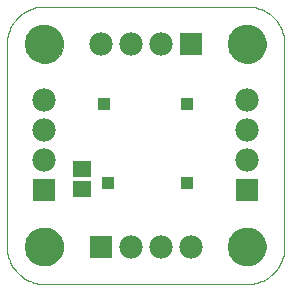
<source format=gts>
G75*
G70*
%OFA0B0*%
%FSLAX24Y24*%
%IPPOS*%
%LPD*%
%AMOC8*
5,1,8,0,0,1.08239X$1,22.5*
%
%ADD10C,0.0000*%
%ADD11C,0.1290*%
%ADD12R,0.0780X0.0780*%
%ADD13C,0.0780*%
%ADD14R,0.0631X0.0552*%
%ADD15R,0.0396X0.0396*%
D10*
X000680Y001930D02*
X000680Y008680D01*
X000682Y008748D01*
X000687Y008815D01*
X000696Y008882D01*
X000709Y008949D01*
X000726Y009014D01*
X000745Y009079D01*
X000769Y009143D01*
X000796Y009205D01*
X000826Y009266D01*
X000859Y009324D01*
X000895Y009381D01*
X000935Y009436D01*
X000977Y009489D01*
X001023Y009540D01*
X001070Y009587D01*
X001121Y009633D01*
X001174Y009675D01*
X001229Y009715D01*
X001286Y009751D01*
X001344Y009784D01*
X001405Y009814D01*
X001467Y009841D01*
X001531Y009865D01*
X001596Y009884D01*
X001661Y009901D01*
X001728Y009914D01*
X001795Y009923D01*
X001862Y009928D01*
X001930Y009930D01*
X008680Y009930D01*
X008748Y009928D01*
X008815Y009923D01*
X008882Y009914D01*
X008949Y009901D01*
X009014Y009884D01*
X009079Y009865D01*
X009143Y009841D01*
X009205Y009814D01*
X009266Y009784D01*
X009324Y009751D01*
X009381Y009715D01*
X009436Y009675D01*
X009489Y009633D01*
X009540Y009587D01*
X009587Y009540D01*
X009633Y009489D01*
X009675Y009436D01*
X009715Y009381D01*
X009751Y009324D01*
X009784Y009266D01*
X009814Y009205D01*
X009841Y009143D01*
X009865Y009079D01*
X009884Y009014D01*
X009901Y008949D01*
X009914Y008882D01*
X009923Y008815D01*
X009928Y008748D01*
X009930Y008680D01*
X009930Y001930D01*
X009928Y001862D01*
X009923Y001795D01*
X009914Y001728D01*
X009901Y001661D01*
X009884Y001596D01*
X009865Y001531D01*
X009841Y001467D01*
X009814Y001405D01*
X009784Y001344D01*
X009751Y001286D01*
X009715Y001229D01*
X009675Y001174D01*
X009633Y001121D01*
X009587Y001070D01*
X009540Y001023D01*
X009489Y000977D01*
X009436Y000935D01*
X009381Y000895D01*
X009324Y000859D01*
X009266Y000826D01*
X009205Y000796D01*
X009143Y000769D01*
X009079Y000745D01*
X009014Y000726D01*
X008949Y000709D01*
X008882Y000696D01*
X008815Y000687D01*
X008748Y000682D01*
X008680Y000680D01*
X001930Y000680D01*
X001862Y000682D01*
X001795Y000687D01*
X001728Y000696D01*
X001661Y000709D01*
X001596Y000726D01*
X001531Y000745D01*
X001467Y000769D01*
X001405Y000796D01*
X001344Y000826D01*
X001286Y000859D01*
X001229Y000895D01*
X001174Y000935D01*
X001121Y000977D01*
X001070Y001023D01*
X001023Y001070D01*
X000977Y001121D01*
X000935Y001174D01*
X000895Y001229D01*
X000859Y001286D01*
X000826Y001344D01*
X000796Y001405D01*
X000769Y001467D01*
X000745Y001531D01*
X000726Y001596D01*
X000709Y001661D01*
X000696Y001728D01*
X000687Y001795D01*
X000682Y001862D01*
X000680Y001930D01*
X001305Y001930D02*
X001307Y001980D01*
X001313Y002029D01*
X001323Y002078D01*
X001336Y002125D01*
X001354Y002172D01*
X001375Y002217D01*
X001399Y002260D01*
X001427Y002301D01*
X001458Y002340D01*
X001492Y002376D01*
X001529Y002410D01*
X001569Y002440D01*
X001610Y002467D01*
X001654Y002491D01*
X001699Y002511D01*
X001746Y002527D01*
X001794Y002540D01*
X001843Y002549D01*
X001893Y002554D01*
X001942Y002555D01*
X001992Y002552D01*
X002041Y002545D01*
X002090Y002534D01*
X002137Y002520D01*
X002183Y002501D01*
X002228Y002479D01*
X002271Y002454D01*
X002311Y002425D01*
X002349Y002393D01*
X002385Y002359D01*
X002418Y002321D01*
X002447Y002281D01*
X002473Y002239D01*
X002496Y002195D01*
X002515Y002149D01*
X002531Y002102D01*
X002543Y002053D01*
X002551Y002004D01*
X002555Y001955D01*
X002555Y001905D01*
X002551Y001856D01*
X002543Y001807D01*
X002531Y001758D01*
X002515Y001711D01*
X002496Y001665D01*
X002473Y001621D01*
X002447Y001579D01*
X002418Y001539D01*
X002385Y001501D01*
X002349Y001467D01*
X002311Y001435D01*
X002271Y001406D01*
X002228Y001381D01*
X002183Y001359D01*
X002137Y001340D01*
X002090Y001326D01*
X002041Y001315D01*
X001992Y001308D01*
X001942Y001305D01*
X001893Y001306D01*
X001843Y001311D01*
X001794Y001320D01*
X001746Y001333D01*
X001699Y001349D01*
X001654Y001369D01*
X001610Y001393D01*
X001569Y001420D01*
X001529Y001450D01*
X001492Y001484D01*
X001458Y001520D01*
X001427Y001559D01*
X001399Y001600D01*
X001375Y001643D01*
X001354Y001688D01*
X001336Y001735D01*
X001323Y001782D01*
X001313Y001831D01*
X001307Y001880D01*
X001305Y001930D01*
X001305Y008680D02*
X001307Y008730D01*
X001313Y008779D01*
X001323Y008828D01*
X001336Y008875D01*
X001354Y008922D01*
X001375Y008967D01*
X001399Y009010D01*
X001427Y009051D01*
X001458Y009090D01*
X001492Y009126D01*
X001529Y009160D01*
X001569Y009190D01*
X001610Y009217D01*
X001654Y009241D01*
X001699Y009261D01*
X001746Y009277D01*
X001794Y009290D01*
X001843Y009299D01*
X001893Y009304D01*
X001942Y009305D01*
X001992Y009302D01*
X002041Y009295D01*
X002090Y009284D01*
X002137Y009270D01*
X002183Y009251D01*
X002228Y009229D01*
X002271Y009204D01*
X002311Y009175D01*
X002349Y009143D01*
X002385Y009109D01*
X002418Y009071D01*
X002447Y009031D01*
X002473Y008989D01*
X002496Y008945D01*
X002515Y008899D01*
X002531Y008852D01*
X002543Y008803D01*
X002551Y008754D01*
X002555Y008705D01*
X002555Y008655D01*
X002551Y008606D01*
X002543Y008557D01*
X002531Y008508D01*
X002515Y008461D01*
X002496Y008415D01*
X002473Y008371D01*
X002447Y008329D01*
X002418Y008289D01*
X002385Y008251D01*
X002349Y008217D01*
X002311Y008185D01*
X002271Y008156D01*
X002228Y008131D01*
X002183Y008109D01*
X002137Y008090D01*
X002090Y008076D01*
X002041Y008065D01*
X001992Y008058D01*
X001942Y008055D01*
X001893Y008056D01*
X001843Y008061D01*
X001794Y008070D01*
X001746Y008083D01*
X001699Y008099D01*
X001654Y008119D01*
X001610Y008143D01*
X001569Y008170D01*
X001529Y008200D01*
X001492Y008234D01*
X001458Y008270D01*
X001427Y008309D01*
X001399Y008350D01*
X001375Y008393D01*
X001354Y008438D01*
X001336Y008485D01*
X001323Y008532D01*
X001313Y008581D01*
X001307Y008630D01*
X001305Y008680D01*
X008055Y008680D02*
X008057Y008730D01*
X008063Y008779D01*
X008073Y008828D01*
X008086Y008875D01*
X008104Y008922D01*
X008125Y008967D01*
X008149Y009010D01*
X008177Y009051D01*
X008208Y009090D01*
X008242Y009126D01*
X008279Y009160D01*
X008319Y009190D01*
X008360Y009217D01*
X008404Y009241D01*
X008449Y009261D01*
X008496Y009277D01*
X008544Y009290D01*
X008593Y009299D01*
X008643Y009304D01*
X008692Y009305D01*
X008742Y009302D01*
X008791Y009295D01*
X008840Y009284D01*
X008887Y009270D01*
X008933Y009251D01*
X008978Y009229D01*
X009021Y009204D01*
X009061Y009175D01*
X009099Y009143D01*
X009135Y009109D01*
X009168Y009071D01*
X009197Y009031D01*
X009223Y008989D01*
X009246Y008945D01*
X009265Y008899D01*
X009281Y008852D01*
X009293Y008803D01*
X009301Y008754D01*
X009305Y008705D01*
X009305Y008655D01*
X009301Y008606D01*
X009293Y008557D01*
X009281Y008508D01*
X009265Y008461D01*
X009246Y008415D01*
X009223Y008371D01*
X009197Y008329D01*
X009168Y008289D01*
X009135Y008251D01*
X009099Y008217D01*
X009061Y008185D01*
X009021Y008156D01*
X008978Y008131D01*
X008933Y008109D01*
X008887Y008090D01*
X008840Y008076D01*
X008791Y008065D01*
X008742Y008058D01*
X008692Y008055D01*
X008643Y008056D01*
X008593Y008061D01*
X008544Y008070D01*
X008496Y008083D01*
X008449Y008099D01*
X008404Y008119D01*
X008360Y008143D01*
X008319Y008170D01*
X008279Y008200D01*
X008242Y008234D01*
X008208Y008270D01*
X008177Y008309D01*
X008149Y008350D01*
X008125Y008393D01*
X008104Y008438D01*
X008086Y008485D01*
X008073Y008532D01*
X008063Y008581D01*
X008057Y008630D01*
X008055Y008680D01*
X008055Y001930D02*
X008057Y001980D01*
X008063Y002029D01*
X008073Y002078D01*
X008086Y002125D01*
X008104Y002172D01*
X008125Y002217D01*
X008149Y002260D01*
X008177Y002301D01*
X008208Y002340D01*
X008242Y002376D01*
X008279Y002410D01*
X008319Y002440D01*
X008360Y002467D01*
X008404Y002491D01*
X008449Y002511D01*
X008496Y002527D01*
X008544Y002540D01*
X008593Y002549D01*
X008643Y002554D01*
X008692Y002555D01*
X008742Y002552D01*
X008791Y002545D01*
X008840Y002534D01*
X008887Y002520D01*
X008933Y002501D01*
X008978Y002479D01*
X009021Y002454D01*
X009061Y002425D01*
X009099Y002393D01*
X009135Y002359D01*
X009168Y002321D01*
X009197Y002281D01*
X009223Y002239D01*
X009246Y002195D01*
X009265Y002149D01*
X009281Y002102D01*
X009293Y002053D01*
X009301Y002004D01*
X009305Y001955D01*
X009305Y001905D01*
X009301Y001856D01*
X009293Y001807D01*
X009281Y001758D01*
X009265Y001711D01*
X009246Y001665D01*
X009223Y001621D01*
X009197Y001579D01*
X009168Y001539D01*
X009135Y001501D01*
X009099Y001467D01*
X009061Y001435D01*
X009021Y001406D01*
X008978Y001381D01*
X008933Y001359D01*
X008887Y001340D01*
X008840Y001326D01*
X008791Y001315D01*
X008742Y001308D01*
X008692Y001305D01*
X008643Y001306D01*
X008593Y001311D01*
X008544Y001320D01*
X008496Y001333D01*
X008449Y001349D01*
X008404Y001369D01*
X008360Y001393D01*
X008319Y001420D01*
X008279Y001450D01*
X008242Y001484D01*
X008208Y001520D01*
X008177Y001559D01*
X008149Y001600D01*
X008125Y001643D01*
X008104Y001688D01*
X008086Y001735D01*
X008073Y001782D01*
X008063Y001831D01*
X008057Y001880D01*
X008055Y001930D01*
D11*
X008680Y001930D03*
X008680Y008680D03*
X001930Y008680D03*
X001930Y001930D03*
D12*
X001930Y003805D03*
X003805Y001930D03*
X008680Y003805D03*
X006805Y008680D03*
D13*
X005805Y008680D03*
X004805Y008680D03*
X003805Y008680D03*
X001930Y006805D03*
X001930Y005805D03*
X001930Y004805D03*
X004805Y001930D03*
X005805Y001930D03*
X006805Y001930D03*
X008680Y004805D03*
X008680Y005805D03*
X008680Y006805D03*
D14*
X003180Y004515D03*
X003180Y003845D03*
D15*
X004055Y004055D03*
X006680Y004055D03*
X006680Y006680D03*
X003930Y006680D03*
M02*

</source>
